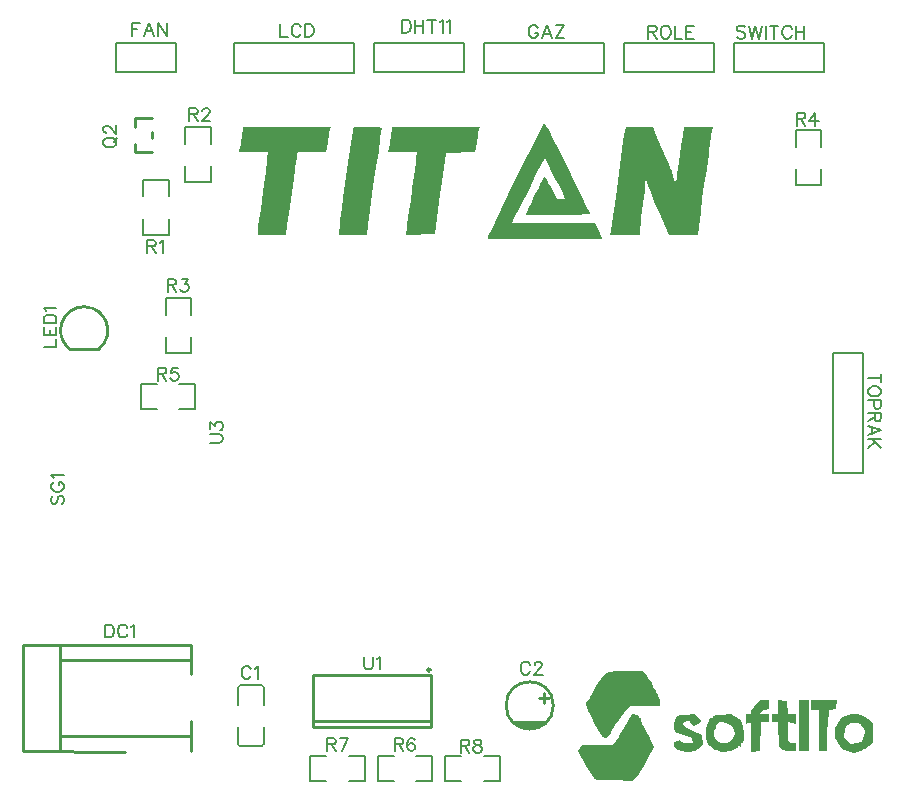
<source format=gto>
G04 Layer: TopSilkscreenLayer*
G04 EasyEDA v6.5.23, 2023-06-23 22:07:44*
G04 588d00b09ced4095aabd395724b38ff5,e63460ceaba84a3bb957dccbc2ed3a87,10*
G04 Gerber Generator version 0.2*
G04 Scale: 100 percent, Rotated: No, Reflected: No *
G04 Dimensions in millimeters *
G04 leading zeros omitted , absolute positions ,4 integer and 5 decimal *
%FSLAX45Y45*%
%MOMM*%

%ADD10C,0.1524*%
%ADD11C,0.2540*%
%ADD12C,0.2032*%
%ADD13C,0.2030*%

%LPD*%
G36*
X5676392Y5244795D02*
G01*
X5536844Y5243880D01*
X5501436Y5243017D01*
X5467959Y5241442D01*
X5437987Y5239308D01*
X5424779Y5238038D01*
X5413044Y5236667D01*
X5402935Y5235244D01*
X5394655Y5233720D01*
X5388457Y5232146D01*
X5383022Y5229961D01*
X5376672Y5226659D01*
X5370271Y5222494D01*
X5363768Y5217515D01*
X5357114Y5211622D01*
X5350408Y5204866D01*
X5343499Y5197144D01*
X5336387Y5188458D01*
X5329072Y5178755D01*
X5321554Y5167985D01*
X5313730Y5156149D01*
X5305653Y5143246D01*
X5297271Y5129174D01*
X5279491Y5097475D01*
X5253532Y5048859D01*
X5238648Y5023154D01*
X5231942Y5012385D01*
X5225948Y5003444D01*
X5220919Y4996637D01*
X5217058Y4992319D01*
X5211572Y4988001D01*
X5208371Y4984038D01*
X5207101Y4981752D01*
X5205222Y4976469D01*
X5204612Y4973523D01*
X5204104Y4966970D01*
X5204460Y4959451D01*
X5205780Y4950917D01*
X5207965Y4941417D01*
X5211114Y4930851D01*
X5215229Y4919218D01*
X5220258Y4906467D01*
X5226304Y4892548D01*
X5233263Y4877460D01*
X5241239Y4861153D01*
X5250180Y4843576D01*
X5272278Y4802174D01*
X5293614Y4763719D01*
X5303012Y4747615D01*
X5311648Y4733391D01*
X5319522Y4721047D01*
X5326786Y4710430D01*
X5333492Y4701540D01*
X5339689Y4694224D01*
X5345480Y4688382D01*
X5350916Y4684014D01*
X5353507Y4682286D01*
X5358485Y4679848D01*
X5363311Y4678578D01*
X5368036Y4678426D01*
X5372709Y4679289D01*
X5376468Y4680813D01*
X5380075Y4683709D01*
X5384596Y4688332D01*
X5389930Y4694529D01*
X5395976Y4702251D01*
X5409946Y4721504D01*
X5425592Y4745075D01*
X5442254Y4771745D01*
X5467858Y4814874D01*
X5476798Y4829098D01*
X5485841Y4842865D01*
X5494883Y4856124D01*
X5503773Y4868621D01*
X5512460Y4880254D01*
X5520740Y4890871D01*
X5528564Y4900269D01*
X5535777Y4908346D01*
X5542280Y4914950D01*
X5547969Y4919827D01*
X5550509Y4921656D01*
X5585002Y4944262D01*
X5831890Y4944262D01*
X5831890Y4973320D01*
X5831382Y4978400D01*
X5829858Y4984953D01*
X5827369Y4992979D01*
X5824118Y5002225D01*
X5820054Y5012537D01*
X5809894Y5036007D01*
X5797600Y5062118D01*
X5790844Y5075834D01*
X5772708Y5110886D01*
X5757570Y5138470D01*
X5742533Y5164480D01*
X5728258Y5187696D01*
X5715304Y5206949D01*
X5709462Y5214721D01*
X5704230Y5221122D01*
X5699658Y5225948D01*
G37*
G36*
X6829145Y5000701D02*
G01*
X6829145Y4875987D01*
X6774484Y4875987D01*
X6774484Y4807661D01*
X6826148Y4807661D01*
X6836664Y4600041D01*
X6862825Y4580890D01*
X6866788Y4578299D01*
X6871411Y4575810D01*
X6876592Y4573473D01*
X6882231Y4571238D01*
X6888276Y4569206D01*
X6901180Y4565751D01*
X6914591Y4563262D01*
X6921296Y4562449D01*
X6927850Y4561941D01*
X6934200Y4561738D01*
X6979412Y4561738D01*
X6979412Y4630064D01*
X6952792Y4630064D01*
X6948170Y4630216D01*
X6943852Y4630674D01*
X6939838Y4631436D01*
X6936028Y4632553D01*
X6932523Y4633976D01*
X6929221Y4635804D01*
X6926224Y4637938D01*
X6923430Y4640478D01*
X6920890Y4643374D01*
X6918604Y4646676D01*
X6916521Y4650384D01*
X6914692Y4654499D01*
X6913067Y4659020D01*
X6911695Y4663998D01*
X6910527Y4669383D01*
X6909562Y4675225D01*
X6908800Y4681575D01*
X6907936Y4695647D01*
X6907834Y4711700D01*
X6908495Y4729835D01*
X6913930Y4810302D01*
X6979412Y4797806D01*
X6979412Y4875987D01*
X6912711Y4875987D01*
X6904278Y4992065D01*
G37*
G36*
X6676796Y4998923D02*
G01*
X6631431Y4953406D01*
X6621322Y4941773D01*
X6612483Y4930089D01*
X6608622Y4924450D01*
X6605270Y4919014D01*
X6602374Y4913833D01*
X6600088Y4909007D01*
X6598361Y4904638D01*
X6597294Y4900777D01*
X6596888Y4897526D01*
X6595313Y4889144D01*
X6590893Y4882286D01*
X6584391Y4877663D01*
X6576415Y4875987D01*
X6555943Y4875987D01*
X6555943Y4794859D01*
X6596888Y4810556D01*
X6596888Y4559960D01*
X6672072Y4568596D01*
X6679946Y4807661D01*
X6747205Y4807661D01*
X6747205Y4875987D01*
X6676593Y4875987D01*
X6682231Y4893056D01*
X6683959Y4896561D01*
X6686753Y4900015D01*
X6690461Y4903317D01*
X6694931Y4906365D01*
X6700012Y4909108D01*
X6705549Y4911445D01*
X6711442Y4913274D01*
X6717538Y4914493D01*
X6747205Y4918862D01*
X6747205Y4998923D01*
G37*
G36*
X7006742Y4998923D02*
G01*
X7006742Y4561738D01*
X7088733Y4561738D01*
X7088733Y4998923D01*
G37*
G36*
X7102398Y4998923D02*
G01*
X7102398Y4916932D01*
X7170674Y4916932D01*
X7170674Y4561738D01*
X7239000Y4561738D01*
X7239203Y4639564D01*
X7240727Y4685284D01*
X7244029Y4747768D01*
X7246874Y4790084D01*
X7256576Y4915560D01*
X7314133Y4923790D01*
X7322769Y4998923D01*
G37*
G36*
X7474153Y4882743D02*
G01*
X7468819Y4882591D01*
X7462113Y4881880D01*
X7454290Y4880559D01*
X7445603Y4878781D01*
X7436307Y4876546D01*
X7426655Y4873904D01*
X7369708Y4855464D01*
X7307275Y4762652D01*
X7307275Y4675276D01*
X7389266Y4675276D01*
X7389266Y4716475D01*
X7389469Y4722266D01*
X7390079Y4728311D01*
X7391044Y4734458D01*
X7392365Y4740656D01*
X7393990Y4746853D01*
X7395921Y4752949D01*
X7398054Y4758791D01*
X7400493Y4764430D01*
X7403084Y4769713D01*
X7405878Y4774590D01*
X7408824Y4778908D01*
X7411872Y4782667D01*
X7415530Y4786325D01*
X7419695Y4789728D01*
X7424318Y4792827D01*
X7429296Y4795672D01*
X7434580Y4798212D01*
X7440168Y4800447D01*
X7445959Y4802378D01*
X7451953Y4804003D01*
X7458100Y4805324D01*
X7464348Y4806340D01*
X7470597Y4807000D01*
X7476845Y4807356D01*
X7482992Y4807356D01*
X7489088Y4807000D01*
X7494981Y4806289D01*
X7500670Y4805222D01*
X7506106Y4803749D01*
X7511288Y4801971D01*
X7516063Y4799787D01*
X7520431Y4797196D01*
X7523734Y4794605D01*
X7527493Y4790998D01*
X7531455Y4786579D01*
X7535570Y4781499D01*
X7539685Y4775911D01*
X7547508Y4763871D01*
X7550912Y4757775D01*
X7566355Y4728362D01*
X7537145Y4644491D01*
X7442809Y4626813D01*
X7389266Y4675276D01*
X7307275Y4675276D01*
X7369759Y4582261D01*
X7468768Y4549597D01*
X7520330Y4563973D01*
X7530744Y4567885D01*
X7541615Y4572914D01*
X7552639Y4578756D01*
X7563459Y4585309D01*
X7573772Y4592320D01*
X7583271Y4599584D01*
X7591552Y4607001D01*
X7595209Y4610658D01*
X7628331Y4645914D01*
X7628331Y4805375D01*
X7590231Y4838192D01*
X7579410Y4846015D01*
X7567472Y4853381D01*
X7555128Y4859985D01*
X7548981Y4862880D01*
X7537246Y4867605D01*
X7531811Y4869332D01*
X7526781Y4870653D01*
X7497927Y4877206D01*
X7477912Y4882235D01*
G37*
G36*
X6432753Y4877663D02*
G01*
X6341211Y4872990D01*
X6330899Y4872228D01*
X6312306Y4870196D01*
X6304178Y4869027D01*
X6290716Y4866386D01*
X6285636Y4864963D01*
X6281674Y4863541D01*
X6278981Y4862068D01*
X6277711Y4860594D01*
X6277813Y4859121D01*
X6279235Y4855057D01*
X6278270Y4851704D01*
X6275171Y4849469D01*
X6270193Y4848656D01*
X6266992Y4848352D01*
X6263843Y4847590D01*
X6260795Y4846320D01*
X6257798Y4844592D01*
X6254851Y4842357D01*
X6252006Y4839716D01*
X6249212Y4836668D01*
X6246520Y4833264D01*
X6243929Y4829454D01*
X6239002Y4820818D01*
X6234480Y4810912D01*
X6230416Y4799939D01*
X6226810Y4788103D01*
X6223660Y4775504D01*
X6221069Y4762296D01*
X6219088Y4748733D01*
X6217615Y4734864D01*
X6216853Y4720945D01*
X6216700Y4712512D01*
X6282690Y4712512D01*
X6282893Y4716576D01*
X6283502Y4721098D01*
X6285738Y4731105D01*
X6289192Y4742027D01*
X6293662Y4753203D01*
X6298895Y4764074D01*
X6304788Y4773980D01*
X6326835Y4807661D01*
X6363665Y4807661D01*
X6368897Y4807407D01*
X6374485Y4806645D01*
X6380327Y4805476D01*
X6386322Y4803851D01*
X6392367Y4801819D01*
X6398463Y4799482D01*
X6404457Y4796790D01*
X6410299Y4793843D01*
X6415887Y4790592D01*
X6421170Y4787188D01*
X6425996Y4783582D01*
X6430416Y4779822D01*
X6434429Y4775708D01*
X6438341Y4771237D01*
X6441998Y4766360D01*
X6445453Y4761230D01*
X6448653Y4755896D01*
X6451498Y4750409D01*
X6454038Y4744872D01*
X6456222Y4739335D01*
X6457950Y4733899D01*
X6459220Y4728616D01*
X6460032Y4723587D01*
X6460286Y4718862D01*
X6460032Y4713681D01*
X6459321Y4708499D01*
X6458102Y4703267D01*
X6456476Y4698034D01*
X6454394Y4692853D01*
X6451955Y4687671D01*
X6449161Y4682591D01*
X6446012Y4677613D01*
X6442506Y4672736D01*
X6438747Y4668012D01*
X6434734Y4663440D01*
X6425946Y4654905D01*
X6421272Y4650994D01*
X6416395Y4647336D01*
X6411366Y4643983D01*
X6406235Y4640884D01*
X6401003Y4638141D01*
X6395720Y4635804D01*
X6390335Y4633772D01*
X6384950Y4632198D01*
X6379565Y4631029D01*
X6374231Y4630318D01*
X6368948Y4630064D01*
X6364020Y4630267D01*
X6359042Y4630978D01*
X6354013Y4632096D01*
X6348984Y4633569D01*
X6343954Y4635449D01*
X6338976Y4637684D01*
X6334048Y4640275D01*
X6329222Y4643120D01*
X6319875Y4649724D01*
X6315456Y4653381D01*
X6307124Y4661357D01*
X6303264Y4665624D01*
X6299708Y4670044D01*
X6296406Y4674565D01*
X6293358Y4679188D01*
X6290665Y4683861D01*
X6288328Y4688636D01*
X6286398Y4693462D01*
X6284823Y4698238D01*
X6283655Y4703064D01*
X6282944Y4707788D01*
X6282690Y4712512D01*
X6216700Y4712512D01*
X6216904Y4700270D01*
X6217818Y4686858D01*
X6218529Y4680305D01*
X6220612Y4667707D01*
X6221882Y4661662D01*
X6223406Y4655820D01*
X6225133Y4650232D01*
X6227064Y4644898D01*
X6229248Y4639767D01*
X6231382Y4635398D01*
X6236716Y4626762D01*
X6243269Y4618278D01*
X6246926Y4614113D01*
X6255004Y4606086D01*
X6263995Y4598416D01*
X6273749Y4591151D01*
X6284112Y4584496D01*
X6295034Y4578400D01*
X6306261Y4572965D01*
X6312001Y4570526D01*
X6323634Y4566310D01*
X6335318Y4562906D01*
X6346952Y4560468D01*
X6358382Y4559096D01*
X6363970Y4558792D01*
X6376111Y4559046D01*
X6389166Y4560468D01*
X6402781Y4562856D01*
X6416598Y4566107D01*
X6430162Y4570018D01*
X6443116Y4574489D01*
X6455156Y4579416D01*
X6460693Y4581956D01*
X6470548Y4587240D01*
X6474815Y4589881D01*
X6478524Y4592574D01*
X6481673Y4595164D01*
X6484213Y4597806D01*
X6486093Y4600346D01*
X6487210Y4602835D01*
X6487617Y4605223D01*
X6488734Y4609490D01*
X6491732Y4611725D01*
X6496202Y4611725D01*
X6501638Y4609338D01*
X6515607Y4600702D01*
X6511848Y4618786D01*
X6511493Y4625644D01*
X6513220Y4630928D01*
X6516776Y4634077D01*
X6521754Y4634636D01*
X6524091Y4634687D01*
X6526225Y4635449D01*
X6528206Y4637024D01*
X6530035Y4639310D01*
X6531660Y4642307D01*
X6533083Y4645863D01*
X6534353Y4650079D01*
X6535420Y4654804D01*
X6536334Y4660087D01*
X6537553Y4672025D01*
X6538061Y4685588D01*
X6537807Y4700422D01*
X6536791Y4716221D01*
X6534962Y4732680D01*
X6532372Y4749495D01*
X6528968Y4766310D01*
X6512661Y4830419D01*
G37*
G36*
X5586679Y4875987D02*
G01*
X5524957Y4763516D01*
X5508701Y4734966D01*
X5492546Y4707839D01*
X5477256Y4683506D01*
X5463743Y4663135D01*
X5457901Y4654854D01*
X5452770Y4648047D01*
X5448452Y4642916D01*
X5422036Y4616399D01*
X5163464Y4616399D01*
X5135676Y4564481D01*
X5204104Y4442612D01*
X5221478Y4412488D01*
X5237937Y4385005D01*
X5252618Y4361434D01*
X5264861Y4342892D01*
X5269788Y4335932D01*
X5273852Y4330649D01*
X5276900Y4327245D01*
X5279136Y4325721D01*
X5282793Y4324553D01*
X5288381Y4323435D01*
X5304688Y4321403D01*
X5327040Y4319574D01*
X5354320Y4318050D01*
X5385562Y4316933D01*
X5437530Y4316069D01*
X5600954Y4315866D01*
X5635345Y4353052D01*
X5639765Y4358436D01*
X5650179Y4372660D01*
X5662269Y4390745D01*
X5675426Y4411878D01*
X5689244Y4435144D01*
X5709869Y4472127D01*
X5719673Y4490821D01*
X5773623Y4595926D01*
X5762447Y4633112D01*
X5759602Y4640732D01*
X5755640Y4650079D01*
X5745073Y4672888D01*
X5735269Y4692650D01*
X5720435Y4720945D01*
X5694883Y4766767D01*
X5686196Y4782769D01*
X5678627Y4797247D01*
X5672378Y4809896D01*
X5667552Y4820361D01*
X5664352Y4828235D01*
X5662980Y4833213D01*
X5662980Y4834534D01*
X5665216Y4836617D01*
X5663996Y4840986D01*
X5660288Y4847488D01*
X5654294Y4855464D01*
X5650382Y4859578D01*
X5645708Y4863439D01*
X5640476Y4866894D01*
X5634837Y4869942D01*
X5628995Y4872431D01*
X5623153Y4874361D01*
X5617413Y4875530D01*
X5611977Y4875987D01*
G37*
G36*
X6112713Y4875987D02*
G01*
X6050076Y4874666D01*
X6034887Y4873904D01*
X6020358Y4872736D01*
X6007150Y4871212D01*
X5996025Y4869484D01*
X5987643Y4867605D01*
X5984697Y4866640D01*
X5980887Y4864709D01*
X5977178Y4862169D01*
X5973622Y4858969D01*
X5970219Y4855210D01*
X5966968Y4850942D01*
X5963920Y4846167D01*
X5961024Y4841036D01*
X5958382Y4835499D01*
X5955944Y4829657D01*
X5953760Y4823510D01*
X5951880Y4817211D01*
X5950254Y4810760D01*
X5948883Y4804156D01*
X5947867Y4797501D01*
X5947206Y4790846D01*
X5946851Y4784242D01*
X5946902Y4777740D01*
X5947308Y4771390D01*
X5948121Y4765243D01*
X5949340Y4759350D01*
X5957570Y4726584D01*
X6098286Y4674158D01*
X6107125Y4630064D01*
X6067856Y4630064D01*
X6059678Y4630369D01*
X6051448Y4631232D01*
X6043371Y4632655D01*
X6035751Y4634484D01*
X6028690Y4636719D01*
X6022543Y4639259D01*
X6017412Y4642053D01*
X6013602Y4645101D01*
X5998565Y4660087D01*
X5969863Y4650994D01*
X5964529Y4649063D01*
X5959805Y4646879D01*
X5955588Y4644440D01*
X5951982Y4641799D01*
X5948934Y4638954D01*
X5946495Y4635906D01*
X5944616Y4632655D01*
X5943295Y4629302D01*
X5942533Y4625746D01*
X5942380Y4622139D01*
X5942787Y4618431D01*
X5943752Y4614621D01*
X5945276Y4610709D01*
X5947359Y4606798D01*
X5950051Y4602886D01*
X5953302Y4598924D01*
X5957112Y4595012D01*
X5961481Y4591100D01*
X5966409Y4587240D01*
X5971895Y4583430D01*
X5982919Y4577029D01*
X5988608Y4574133D01*
X5994450Y4571492D01*
X6006490Y4566920D01*
X6018834Y4563262D01*
X6025134Y4561789D01*
X6037884Y4559503D01*
X6050737Y4558182D01*
X6063538Y4557725D01*
X6076289Y4558233D01*
X6082588Y4558792D01*
X6094933Y4560620D01*
X6101029Y4561840D01*
X6106972Y4563313D01*
X6118504Y4566970D01*
X6124092Y4569104D01*
X6134709Y4574082D01*
X6139789Y4576876D01*
X6144666Y4579924D01*
X6153759Y4586630D01*
X6157976Y4590338D01*
X6188608Y4618888D01*
X6180226Y4705197D01*
X6091936Y4747310D01*
X6074562Y4756099D01*
X6059830Y4764074D01*
X6047740Y4771339D01*
X6038291Y4777943D01*
X6034481Y4781042D01*
X6031331Y4783988D01*
X6028791Y4786782D01*
X6026912Y4789474D01*
X6025591Y4792065D01*
X6024880Y4794504D01*
X6024778Y4796840D01*
X6025286Y4799126D01*
X6026353Y4801311D01*
X6028029Y4803394D01*
X6030264Y4805426D01*
X6033058Y4807407D01*
X6036411Y4809337D01*
X6040272Y4811217D01*
X6051397Y4815586D01*
X6061710Y4819091D01*
X6065774Y4820005D01*
X6069380Y4820259D01*
X6072632Y4819802D01*
X6075832Y4818634D01*
X6079134Y4816703D01*
X6082690Y4813909D01*
X6091428Y4805730D01*
X6118148Y4779010D01*
X6152032Y4797348D01*
X6157417Y4800803D01*
X6161989Y4804257D01*
X6165646Y4807661D01*
X6168491Y4811064D01*
X6170472Y4814519D01*
X6171590Y4817973D01*
X6171895Y4821529D01*
X6171285Y4825136D01*
X6169863Y4828895D01*
X6167526Y4832756D01*
X6164376Y4836718D01*
X6160312Y4840935D01*
X6155436Y4845304D01*
X6149695Y4849876D01*
G37*
G36*
X4846624Y9883902D02*
G01*
X4578756Y9345523D01*
X4509617Y9205366D01*
X4453991Y9091269D01*
X4410557Y9000794D01*
X4394301Y8966403D01*
X4382262Y8940190D01*
X4374743Y8923020D01*
X4372813Y8918092D01*
X4372152Y8915654D01*
X4372152Y8900718D01*
X5333136Y8900718D01*
X5333136Y8912402D01*
X5332882Y8914485D01*
X5331053Y8921242D01*
X5327599Y8930944D01*
X5322824Y8942882D01*
X5316982Y8956446D01*
X5310276Y8971026D01*
X5280304Y9032849D01*
X4828692Y9033052D01*
X4756658Y9033510D01*
X4693818Y9034170D01*
X4642256Y9035034D01*
X4604156Y9035999D01*
X4581702Y9037116D01*
X4576978Y9037675D01*
X4576368Y9037980D01*
X4581448Y9049207D01*
X4595418Y9077909D01*
X4643374Y9174175D01*
X4714595Y9315653D01*
X4781651Y9447784D01*
X4829302Y9540697D01*
X4843119Y9567011D01*
X4846777Y9573615D01*
X4855514Y9587738D01*
X4943043Y9412935D01*
X4971796Y9354312D01*
X4995265Y9305290D01*
X5004104Y9286138D01*
X5012893Y9266224D01*
X5014417Y9262262D01*
X5022443Y9237065D01*
X4953558Y9237065D01*
X4901895Y9342932D01*
X4883607Y9378899D01*
X4868113Y9407245D01*
X4861966Y9417608D01*
X4857191Y9424924D01*
X4853990Y9428784D01*
X4853025Y9429242D01*
X4852466Y9428988D01*
X4850536Y9426803D01*
X4847640Y9422587D01*
X4839360Y9408718D01*
X4828235Y9388652D01*
X4814824Y9363557D01*
X4799838Y9334804D01*
X4783886Y9303562D01*
X4763516Y9262973D01*
X4732883Y9200337D01*
X4719777Y9172651D01*
X4709058Y9149181D01*
X4701235Y9131096D01*
X4698644Y9124442D01*
X4697069Y9119666D01*
X4696510Y9116822D01*
X4696510Y9104934D01*
X5006594Y9105036D01*
X5080457Y9105696D01*
X5143855Y9106966D01*
X5193334Y9108694D01*
X5211826Y9109710D01*
X5225542Y9110776D01*
X5234076Y9111945D01*
X5236870Y9112859D01*
X5236972Y9113570D01*
X5235549Y9117533D01*
X5227269Y9135973D01*
X5212689Y9166860D01*
X5168087Y9258706D01*
X5109210Y9378035D01*
X5039309Y9518243D01*
X4970627Y9654743D01*
X4915204Y9763810D01*
X4893157Y9806482D01*
X4876190Y9838791D01*
X4865217Y9858857D01*
X4862271Y9863683D01*
G37*
G36*
X2297531Y9849662D02*
G01*
X2287676Y9758375D01*
X2283764Y9727793D01*
X2279650Y9699447D01*
X2275840Y9676841D01*
X2267051Y9633458D01*
X2512974Y9633458D01*
X2504236Y9582810D01*
X2501341Y9562185D01*
X2498242Y9537496D01*
X2494330Y9503918D01*
X2489911Y9462312D01*
X2484780Y9421063D01*
X2477617Y9368536D01*
X2467965Y9301429D01*
X2446172Y9158325D01*
X2437485Y9095130D01*
X2433828Y9066580D01*
X2430830Y9040876D01*
X2428494Y9018778D01*
X2426970Y9000896D01*
X2426258Y8987891D01*
X2426208Y8936786D01*
X2663139Y8936786D01*
X2673604Y9019794D01*
X2687472Y9121851D01*
X2727350Y9408718D01*
X2738577Y9491624D01*
X2746705Y9549028D01*
X2750921Y9575596D01*
X2754579Y9596678D01*
X2757474Y9610394D01*
X2764180Y9633458D01*
X3000197Y9633458D01*
X3007614Y9664700D01*
X3009798Y9675723D01*
X3014827Y9705289D01*
X3019856Y9739223D01*
X3023260Y9764268D01*
X3028238Y9796170D01*
X3032810Y9820910D01*
X3034639Y9828682D01*
X3040481Y9849662D01*
G37*
G36*
X3233623Y9849662D02*
G01*
X3226714Y9820808D01*
X3224479Y9809073D01*
X3217824Y9767773D01*
X3209290Y9709607D01*
X3194659Y9602520D01*
X3178251Y9484817D01*
X3144418Y9248343D01*
X3133090Y9165132D01*
X3125927Y9109659D01*
X3120136Y9062516D01*
X3116326Y9027261D01*
X3107791Y8936786D01*
X3351174Y8936786D01*
X3351276Y8972245D01*
X3352190Y8984132D01*
X3356559Y9023451D01*
X3363620Y9079128D01*
X3372764Y9145778D01*
X3402126Y9346895D01*
X3425748Y9510674D01*
X3444646Y9643414D01*
X3458870Y9745218D01*
X3468268Y9814356D01*
X3470706Y9833610D01*
X3471367Y9840671D01*
X3470960Y9841433D01*
X3469792Y9842144D01*
X3465271Y9843516D01*
X3458006Y9844786D01*
X3448304Y9846005D01*
X3422548Y9847935D01*
X3406952Y9848697D01*
X3371646Y9849561D01*
G37*
G36*
X3558438Y9849662D02*
G01*
X3549091Y9766808D01*
X3544112Y9727031D01*
X3540048Y9697821D01*
X3536442Y9674656D01*
X3528314Y9633458D01*
X3774236Y9633458D01*
X3765600Y9584385D01*
X3759454Y9541662D01*
X3751986Y9484868D01*
X3744976Y9427768D01*
X3738879Y9380220D01*
X3731514Y9325051D01*
X3717442Y9223603D01*
X3705758Y9142679D01*
X3697071Y9080703D01*
X3689959Y9027617D01*
X3685387Y8990126D01*
X3680206Y8935974D01*
X3920693Y8942781D01*
X3960672Y9212122D01*
X3977589Y9330893D01*
X3992727Y9439960D01*
X4017822Y9627463D01*
X4261662Y9634270D01*
X4268927Y9665055D01*
X4271111Y9675977D01*
X4276090Y9705390D01*
X4278680Y9722154D01*
X4285742Y9772548D01*
X4290720Y9803282D01*
X4295038Y9825278D01*
X4301744Y9849662D01*
G37*
G36*
X5537809Y9849662D02*
G01*
X5530596Y9816490D01*
X5525211Y9782505D01*
X5517388Y9728454D01*
X5508091Y9661194D01*
X5463641Y9327946D01*
X5445760Y9196628D01*
X5431434Y9094114D01*
X5420664Y9020098D01*
X5413400Y8974378D01*
X5411012Y8961983D01*
X5410149Y8958427D01*
X5403596Y8936786D01*
X5654751Y8936786D01*
X5670854Y9079433D01*
X5678373Y9141155D01*
X5686044Y9200438D01*
X5694934Y9262414D01*
X5696610Y9275470D01*
X5698032Y9289288D01*
X5699150Y9303562D01*
X5700623Y9332366D01*
X5700877Y9359696D01*
X5700522Y9372092D01*
X5699861Y9383318D01*
X5693206Y9447276D01*
X5733999Y9332925D01*
X5740958Y9314281D01*
X5757976Y9270796D01*
X5780532Y9215374D01*
X5810402Y9144711D01*
X5823915Y9113570D01*
X5902909Y8936786D01*
X6146546Y8936786D01*
X6171895Y9131808D01*
X6187287Y9244431D01*
X6203543Y9360103D01*
X6223203Y9495231D01*
X6240221Y9616186D01*
X6246672Y9664700D01*
X6251041Y9699498D01*
X6253276Y9719614D01*
X6257848Y9756444D01*
X6261658Y9784080D01*
X6265062Y9806330D01*
X6272733Y9849662D01*
X6030925Y9849662D01*
X6021171Y9784791D01*
X6007455Y9687712D01*
X5988761Y9552127D01*
X5974791Y9448139D01*
X5962396Y9351162D01*
X5945276Y9409074D01*
X5940145Y9427464D01*
X5936284Y9442653D01*
X5934100Y9452813D01*
X5933592Y9456724D01*
X5932119Y9461550D01*
X5925362Y9479432D01*
X5914542Y9505594D01*
X5900826Y9537141D01*
X5872734Y9600539D01*
X5851702Y9648647D01*
X5814517Y9736429D01*
X5766917Y9849662D01*
G37*
D10*
X1131811Y5636221D02*
G01*
X1131811Y5527255D01*
X1131811Y5636221D02*
G01*
X1168133Y5636221D01*
X1183881Y5631141D01*
X1194041Y5620727D01*
X1199375Y5610313D01*
X1204455Y5594565D01*
X1204455Y5568657D01*
X1199375Y5553163D01*
X1194041Y5542749D01*
X1183881Y5532335D01*
X1168133Y5527255D01*
X1131811Y5527255D01*
X1316723Y5610313D02*
G01*
X1311643Y5620727D01*
X1301229Y5631141D01*
X1290815Y5636221D01*
X1269987Y5636221D01*
X1259573Y5631141D01*
X1249159Y5620727D01*
X1244079Y5610313D01*
X1238745Y5594565D01*
X1238745Y5568657D01*
X1244079Y5553163D01*
X1249159Y5542749D01*
X1259573Y5532335D01*
X1269987Y5527255D01*
X1290815Y5527255D01*
X1301229Y5532335D01*
X1311643Y5542749D01*
X1316723Y5553163D01*
X1351013Y5615393D02*
G01*
X1361427Y5620727D01*
X1376921Y5636221D01*
X1376921Y5527255D01*
X3645027Y10757915D02*
G01*
X3645027Y10648950D01*
X3645027Y10757915D02*
G01*
X3681349Y10757915D01*
X3696843Y10752836D01*
X3707256Y10742421D01*
X3712336Y10732008D01*
X3717670Y10716260D01*
X3717670Y10690352D01*
X3712336Y10674858D01*
X3707256Y10664444D01*
X3696843Y10654029D01*
X3681349Y10648950D01*
X3645027Y10648950D01*
X3751961Y10757915D02*
G01*
X3751961Y10648950D01*
X3824604Y10757915D02*
G01*
X3824604Y10648950D01*
X3751961Y10706100D02*
G01*
X3824604Y10706100D01*
X3895216Y10757915D02*
G01*
X3895216Y10648950D01*
X3858895Y10757915D02*
G01*
X3931793Y10757915D01*
X3966083Y10737087D02*
G01*
X3976497Y10742421D01*
X3991990Y10757915D01*
X3991990Y10648950D01*
X4026281Y10737087D02*
G01*
X4036695Y10742421D01*
X4052188Y10757915D01*
X4052188Y10648950D01*
X6549643Y10691621D02*
G01*
X6539229Y10702036D01*
X6523736Y10707115D01*
X6502908Y10707115D01*
X6487413Y10702036D01*
X6477000Y10691621D01*
X6477000Y10681208D01*
X6482079Y10670794D01*
X6487413Y10665460D01*
X6497827Y10660379D01*
X6529070Y10649965D01*
X6539229Y10644886D01*
X6544563Y10639552D01*
X6549643Y10629137D01*
X6549643Y10613644D01*
X6539229Y10603229D01*
X6523736Y10598150D01*
X6502908Y10598150D01*
X6487413Y10603229D01*
X6477000Y10613644D01*
X6583934Y10707115D02*
G01*
X6610095Y10598150D01*
X6636004Y10707115D02*
G01*
X6610095Y10598150D01*
X6636004Y10707115D02*
G01*
X6661911Y10598150D01*
X6687820Y10707115D02*
G01*
X6661911Y10598150D01*
X6722109Y10707115D02*
G01*
X6722109Y10598150D01*
X6792975Y10707115D02*
G01*
X6792975Y10598150D01*
X6756400Y10707115D02*
G01*
X6829297Y10707115D01*
X6941565Y10681208D02*
G01*
X6936231Y10691621D01*
X6925818Y10702036D01*
X6915404Y10707115D01*
X6894829Y10707115D01*
X6884415Y10702036D01*
X6874002Y10691621D01*
X6868668Y10681208D01*
X6863588Y10665460D01*
X6863588Y10639552D01*
X6868668Y10624058D01*
X6874002Y10613644D01*
X6884415Y10603229D01*
X6894829Y10598150D01*
X6915404Y10598150D01*
X6925818Y10603229D01*
X6936231Y10613644D01*
X6941565Y10624058D01*
X6975856Y10707115D02*
G01*
X6975856Y10598150D01*
X7048500Y10707115D02*
G01*
X7048500Y10598150D01*
X6975856Y10655300D02*
G01*
X7048500Y10655300D01*
X5727700Y10707115D02*
G01*
X5727700Y10598150D01*
X5727700Y10707115D02*
G01*
X5774436Y10707115D01*
X5789929Y10702036D01*
X5795263Y10696702D01*
X5800343Y10686287D01*
X5800343Y10675874D01*
X5795263Y10665460D01*
X5789929Y10660379D01*
X5774436Y10655300D01*
X5727700Y10655300D01*
X5764022Y10655300D02*
G01*
X5800343Y10598150D01*
X5865875Y10707115D02*
G01*
X5855461Y10702036D01*
X5845047Y10691621D01*
X5839968Y10681208D01*
X5834634Y10665460D01*
X5834634Y10639552D01*
X5839968Y10624058D01*
X5845047Y10613644D01*
X5855461Y10603229D01*
X5865875Y10598150D01*
X5886704Y10598150D01*
X5897118Y10603229D01*
X5907531Y10613644D01*
X5912611Y10624058D01*
X5917945Y10639552D01*
X5917945Y10665460D01*
X5912611Y10681208D01*
X5907531Y10691621D01*
X5897118Y10702036D01*
X5886704Y10707115D01*
X5865875Y10707115D01*
X5952236Y10707115D02*
G01*
X5952236Y10598150D01*
X5952236Y10598150D02*
G01*
X6014465Y10598150D01*
X6048756Y10707115D02*
G01*
X6048756Y10598150D01*
X6048756Y10707115D02*
G01*
X6116320Y10707115D01*
X6048756Y10655300D02*
G01*
X6090411Y10655300D01*
X6048756Y10598150D02*
G01*
X6116320Y10598150D01*
X7697215Y7723378D02*
G01*
X7588250Y7723378D01*
X7697215Y7759700D02*
G01*
X7697215Y7687055D01*
X7697215Y7621523D02*
G01*
X7692136Y7631937D01*
X7681722Y7642352D01*
X7671308Y7647431D01*
X7655559Y7652765D01*
X7629652Y7652765D01*
X7614158Y7647431D01*
X7603743Y7642352D01*
X7593329Y7631937D01*
X7588250Y7621523D01*
X7588250Y7600695D01*
X7593329Y7590281D01*
X7603743Y7579868D01*
X7614158Y7574787D01*
X7629652Y7569454D01*
X7655559Y7569454D01*
X7671308Y7574787D01*
X7681722Y7579868D01*
X7692136Y7590281D01*
X7697215Y7600695D01*
X7697215Y7621523D01*
X7697215Y7535163D02*
G01*
X7588250Y7535163D01*
X7697215Y7535163D02*
G01*
X7697215Y7488428D01*
X7692136Y7472934D01*
X7686802Y7467600D01*
X7676388Y7462520D01*
X7660893Y7462520D01*
X7650479Y7467600D01*
X7645400Y7472934D01*
X7640065Y7488428D01*
X7640065Y7535163D01*
X7697215Y7428229D02*
G01*
X7588250Y7428229D01*
X7697215Y7428229D02*
G01*
X7697215Y7381494D01*
X7692136Y7366000D01*
X7686802Y7360665D01*
X7676388Y7355586D01*
X7665974Y7355586D01*
X7655559Y7360665D01*
X7650479Y7366000D01*
X7645400Y7381494D01*
X7645400Y7428229D01*
X7645400Y7391908D02*
G01*
X7588250Y7355586D01*
X7697215Y7279639D02*
G01*
X7588250Y7321295D01*
X7697215Y7279639D02*
G01*
X7588250Y7237984D01*
X7624572Y7305547D02*
G01*
X7624572Y7253731D01*
X7697215Y7203694D02*
G01*
X7588250Y7203694D01*
X7697215Y7131050D02*
G01*
X7624572Y7203694D01*
X7650479Y7177786D02*
G01*
X7588250Y7131050D01*
X2614168Y10722610D02*
G01*
X2614168Y10613644D01*
X2614168Y10613644D02*
G01*
X2676397Y10613644D01*
X2788665Y10696702D02*
G01*
X2783586Y10707115D01*
X2773172Y10717529D01*
X2762758Y10722610D01*
X2741929Y10722610D01*
X2731515Y10717529D01*
X2721102Y10707115D01*
X2716022Y10696702D01*
X2710688Y10680954D01*
X2710688Y10655045D01*
X2716022Y10639552D01*
X2721102Y10629137D01*
X2731515Y10618724D01*
X2741929Y10613644D01*
X2762758Y10613644D01*
X2773172Y10618724D01*
X2783586Y10629137D01*
X2788665Y10639552D01*
X2822956Y10722610D02*
G01*
X2822956Y10613644D01*
X2822956Y10722610D02*
G01*
X2859277Y10722610D01*
X2875025Y10717529D01*
X2885440Y10707115D01*
X2890520Y10696702D01*
X2895854Y10680954D01*
X2895854Y10655045D01*
X2890520Y10639552D01*
X2885440Y10629137D01*
X2875025Y10618724D01*
X2859277Y10613644D01*
X2822956Y10613644D01*
X4792979Y10686542D02*
G01*
X4787645Y10696955D01*
X4777231Y10707370D01*
X4767072Y10712450D01*
X4746243Y10712450D01*
X4735829Y10707370D01*
X4725415Y10696955D01*
X4720081Y10686542D01*
X4715002Y10670794D01*
X4715002Y10644886D01*
X4720081Y10629392D01*
X4725415Y10618978D01*
X4735829Y10608563D01*
X4746243Y10603484D01*
X4767072Y10603484D01*
X4777231Y10608563D01*
X4787645Y10618978D01*
X4792979Y10629392D01*
X4792979Y10644886D01*
X4767072Y10644886D02*
G01*
X4792979Y10644886D01*
X4868672Y10712450D02*
G01*
X4827270Y10603484D01*
X4868672Y10712450D02*
G01*
X4910327Y10603484D01*
X4842763Y10639805D02*
G01*
X4894834Y10639805D01*
X5017261Y10712450D02*
G01*
X4944618Y10603484D01*
X4944618Y10712450D02*
G01*
X5017261Y10712450D01*
X4944618Y10603484D02*
G01*
X5017261Y10603484D01*
X1358900Y10732515D02*
G01*
X1358900Y10623550D01*
X1358900Y10732515D02*
G01*
X1426463Y10732515D01*
X1358900Y10680700D02*
G01*
X1400555Y10680700D01*
X1502410Y10732515D02*
G01*
X1460754Y10623550D01*
X1502410Y10732515D02*
G01*
X1543812Y10623550D01*
X1476247Y10659871D02*
G01*
X1528318Y10659871D01*
X1578102Y10732515D02*
G01*
X1578102Y10623550D01*
X1578102Y10732515D02*
G01*
X1651000Y10623550D01*
X1651000Y10732515D02*
G01*
X1651000Y10623550D01*
X608584Y7988300D02*
G01*
X717550Y7988300D01*
X717550Y7988300D02*
G01*
X717550Y8050529D01*
X608584Y8084820D02*
G01*
X717550Y8084820D01*
X608584Y8084820D02*
G01*
X608584Y8152384D01*
X660400Y8084820D02*
G01*
X660400Y8126476D01*
X717550Y8084820D02*
G01*
X717550Y8152384D01*
X608584Y8186673D02*
G01*
X717550Y8186673D01*
X608584Y8186673D02*
G01*
X608584Y8223250D01*
X613663Y8238744D01*
X624078Y8249158D01*
X634492Y8254237D01*
X650239Y8259571D01*
X676147Y8259571D01*
X691642Y8254237D01*
X702055Y8249158D01*
X712470Y8238744D01*
X717550Y8223250D01*
X717550Y8186673D01*
X629412Y8293862D02*
G01*
X624078Y8304276D01*
X608584Y8319770D01*
X717550Y8319770D01*
X1114932Y9707245D02*
G01*
X1120012Y9696830D01*
X1130427Y9686417D01*
X1140840Y9681083D01*
X1156588Y9676003D01*
X1182496Y9676003D01*
X1197990Y9681083D01*
X1208404Y9686417D01*
X1218819Y9696830D01*
X1223898Y9707245D01*
X1223898Y9728072D01*
X1218819Y9738233D01*
X1208404Y9748646D01*
X1197990Y9753980D01*
X1182496Y9759061D01*
X1156588Y9759061D01*
X1140840Y9753980D01*
X1130427Y9748646D01*
X1120012Y9738233D01*
X1114932Y9728072D01*
X1114932Y9707245D01*
X1203325Y9722738D02*
G01*
X1234312Y9753980D01*
X1140840Y9798685D02*
G01*
X1135761Y9798685D01*
X1125346Y9803764D01*
X1120012Y9809099D01*
X1114932Y9819512D01*
X1114932Y9840087D01*
X1120012Y9850501D01*
X1125346Y9855835D01*
X1135761Y9860914D01*
X1146175Y9860914D01*
X1156588Y9855835D01*
X1172082Y9845420D01*
X1223898Y9793351D01*
X1223898Y9866249D01*
X1485900Y8891015D02*
G01*
X1485900Y8782050D01*
X1485900Y8891015D02*
G01*
X1532636Y8891015D01*
X1548129Y8885936D01*
X1553463Y8880602D01*
X1558544Y8870187D01*
X1558544Y8859774D01*
X1553463Y8849360D01*
X1548129Y8844279D01*
X1532636Y8839200D01*
X1485900Y8839200D01*
X1522221Y8839200D02*
G01*
X1558544Y8782050D01*
X1592834Y8870187D02*
G01*
X1603247Y8875521D01*
X1618995Y8891015D01*
X1618995Y8782050D01*
X1841500Y10008615D02*
G01*
X1841500Y9899650D01*
X1841500Y10008615D02*
G01*
X1888236Y10008615D01*
X1903729Y10003536D01*
X1909063Y9998202D01*
X1914144Y9987787D01*
X1914144Y9977374D01*
X1909063Y9966960D01*
X1903729Y9961879D01*
X1888236Y9956800D01*
X1841500Y9956800D01*
X1877821Y9956800D02*
G01*
X1914144Y9899650D01*
X1953768Y9982708D02*
G01*
X1953768Y9987787D01*
X1958847Y9998202D01*
X1964181Y10003536D01*
X1974595Y10008615D01*
X1995170Y10008615D01*
X2005584Y10003536D01*
X2010918Y9998202D01*
X2015997Y9987787D01*
X2015997Y9977374D01*
X2010918Y9966960D01*
X2000504Y9951465D01*
X1948434Y9899650D01*
X2021331Y9899650D01*
X1660017Y8562467D02*
G01*
X1660017Y8453501D01*
X1660017Y8562467D02*
G01*
X1706753Y8562467D01*
X1722246Y8557387D01*
X1727580Y8552053D01*
X1732661Y8541638D01*
X1732661Y8531225D01*
X1727580Y8520811D01*
X1722246Y8515730D01*
X1706753Y8510651D01*
X1660017Y8510651D01*
X1696338Y8510651D02*
G01*
X1732661Y8453501D01*
X1777364Y8562467D02*
G01*
X1834514Y8562467D01*
X1803527Y8520811D01*
X1819020Y8520811D01*
X1829435Y8515730D01*
X1834514Y8510651D01*
X1839848Y8494903D01*
X1839848Y8484488D01*
X1834514Y8468995D01*
X1824101Y8458580D01*
X1808606Y8453501D01*
X1793112Y8453501D01*
X1777364Y8458580D01*
X1772285Y8463661D01*
X1766951Y8474075D01*
X6985000Y9970515D02*
G01*
X6985000Y9861550D01*
X6985000Y9970515D02*
G01*
X7031736Y9970515D01*
X7047229Y9965436D01*
X7052563Y9960102D01*
X7057643Y9949687D01*
X7057643Y9939274D01*
X7052563Y9928860D01*
X7047229Y9923779D01*
X7031736Y9918700D01*
X6985000Y9918700D01*
X7021322Y9918700D02*
G01*
X7057643Y9861550D01*
X7144004Y9970515D02*
G01*
X7091934Y9897871D01*
X7169911Y9897871D01*
X7144004Y9970515D02*
G01*
X7144004Y9861550D01*
X1574800Y7811515D02*
G01*
X1574800Y7702550D01*
X1574800Y7811515D02*
G01*
X1621536Y7811515D01*
X1637029Y7806436D01*
X1642363Y7801102D01*
X1647444Y7790687D01*
X1647444Y7780273D01*
X1642363Y7769860D01*
X1637029Y7764779D01*
X1621536Y7759700D01*
X1574800Y7759700D01*
X1611121Y7759700D02*
G01*
X1647444Y7702550D01*
X1744218Y7811515D02*
G01*
X1692147Y7811515D01*
X1687068Y7764779D01*
X1692147Y7769860D01*
X1707895Y7775194D01*
X1723389Y7775194D01*
X1738884Y7769860D01*
X1749297Y7759700D01*
X1754631Y7743952D01*
X1754631Y7733537D01*
X1749297Y7718044D01*
X1738884Y7707629D01*
X1723389Y7702550D01*
X1707895Y7702550D01*
X1692147Y7707629D01*
X1687068Y7712710D01*
X1681734Y7723123D01*
X687578Y6727444D02*
G01*
X677163Y6717029D01*
X672084Y6701536D01*
X672084Y6680708D01*
X677163Y6665213D01*
X687578Y6654800D01*
X697992Y6654800D01*
X708405Y6659879D01*
X713739Y6665213D01*
X718820Y6675628D01*
X729234Y6706870D01*
X734313Y6717029D01*
X739647Y6722363D01*
X750062Y6727444D01*
X765555Y6727444D01*
X775970Y6717029D01*
X781050Y6701536D01*
X781050Y6680708D01*
X775970Y6665213D01*
X765555Y6654800D01*
X697992Y6839712D02*
G01*
X687578Y6834631D01*
X677163Y6824218D01*
X672084Y6813804D01*
X672084Y6792976D01*
X677163Y6782562D01*
X687578Y6772147D01*
X697992Y6767068D01*
X713739Y6761734D01*
X739647Y6761734D01*
X755142Y6767068D01*
X765555Y6772147D01*
X775970Y6782562D01*
X781050Y6792976D01*
X781050Y6813804D01*
X775970Y6824218D01*
X765555Y6834631D01*
X755142Y6839712D01*
X739647Y6839712D01*
X739647Y6813804D02*
G01*
X739647Y6839712D01*
X692912Y6874002D02*
G01*
X687578Y6884415D01*
X672084Y6899910D01*
X781050Y6899910D01*
X2018284Y7175500D02*
G01*
X2096261Y7175500D01*
X2111756Y7180579D01*
X2122170Y7190994D01*
X2127250Y7206742D01*
X2127250Y7217155D01*
X2122170Y7232650D01*
X2111756Y7243063D01*
X2096261Y7248144D01*
X2018284Y7248144D01*
X2018284Y7292847D02*
G01*
X2018284Y7349997D01*
X2059940Y7319010D01*
X2059940Y7334504D01*
X2065020Y7344918D01*
X2070100Y7349997D01*
X2085847Y7355331D01*
X2096261Y7355331D01*
X2111756Y7349997D01*
X2122170Y7339584D01*
X2127250Y7324089D01*
X2127250Y7308595D01*
X2122170Y7292847D01*
X2117090Y7287768D01*
X2106675Y7282434D01*
X2363977Y5258307D02*
G01*
X2358643Y5268721D01*
X2348229Y5279136D01*
X2338070Y5284215D01*
X2317241Y5284215D01*
X2306827Y5279136D01*
X2296413Y5268721D01*
X2291079Y5258307D01*
X2286000Y5242560D01*
X2286000Y5216652D01*
X2291079Y5201157D01*
X2296413Y5190744D01*
X2306827Y5180329D01*
X2317241Y5175250D01*
X2338070Y5175250D01*
X2348229Y5180329D01*
X2358643Y5190744D01*
X2363977Y5201157D01*
X2398268Y5263387D02*
G01*
X2408681Y5268721D01*
X2424175Y5284215D01*
X2424175Y5175250D01*
X4726177Y5296407D02*
G01*
X4720843Y5306821D01*
X4710429Y5317236D01*
X4700270Y5322315D01*
X4679441Y5322315D01*
X4669027Y5317236D01*
X4658613Y5306821D01*
X4653279Y5296407D01*
X4648200Y5280660D01*
X4648200Y5254752D01*
X4653279Y5239257D01*
X4658613Y5228844D01*
X4669027Y5218429D01*
X4679441Y5213350D01*
X4700270Y5213350D01*
X4710429Y5218429D01*
X4720843Y5228844D01*
X4726177Y5239257D01*
X4765547Y5296407D02*
G01*
X4765547Y5301487D01*
X4770881Y5311902D01*
X4775961Y5317236D01*
X4786375Y5322315D01*
X4807204Y5322315D01*
X4817618Y5317236D01*
X4822697Y5311902D01*
X4828031Y5301487D01*
X4828031Y5291073D01*
X4822697Y5280660D01*
X4812284Y5265165D01*
X4760468Y5213350D01*
X4833111Y5213350D01*
X3321304Y5365750D02*
G01*
X3321304Y5287771D01*
X3326384Y5272278D01*
X3336797Y5261863D01*
X3352545Y5256784D01*
X3362959Y5256784D01*
X3378454Y5261863D01*
X3388868Y5272278D01*
X3393947Y5287771D01*
X3393947Y5365750D01*
X3428238Y5344921D02*
G01*
X3438652Y5350255D01*
X3454400Y5365750D01*
X3454400Y5256784D01*
X4140200Y4661915D02*
G01*
X4140200Y4552950D01*
X4140200Y4661915D02*
G01*
X4186936Y4661915D01*
X4202429Y4656836D01*
X4207763Y4651502D01*
X4212843Y4641087D01*
X4212843Y4630673D01*
X4207763Y4620260D01*
X4202429Y4615179D01*
X4186936Y4610100D01*
X4140200Y4610100D01*
X4176522Y4610100D02*
G01*
X4212843Y4552950D01*
X4273295Y4661915D02*
G01*
X4257547Y4656836D01*
X4252468Y4646421D01*
X4252468Y4636007D01*
X4257547Y4625594D01*
X4267961Y4620260D01*
X4288790Y4615179D01*
X4304284Y4610100D01*
X4314697Y4599686D01*
X4320031Y4589271D01*
X4320031Y4573523D01*
X4314697Y4563110D01*
X4309618Y4558029D01*
X4293870Y4552950D01*
X4273295Y4552950D01*
X4257547Y4558029D01*
X4252468Y4563110D01*
X4247134Y4573523D01*
X4247134Y4589271D01*
X4252468Y4599686D01*
X4262881Y4610100D01*
X4278375Y4615179D01*
X4299204Y4620260D01*
X4309618Y4625594D01*
X4314697Y4636007D01*
X4314697Y4646421D01*
X4309618Y4656836D01*
X4293870Y4661915D01*
X4273295Y4661915D01*
X3581400Y4674615D02*
G01*
X3581400Y4565650D01*
X3581400Y4674615D02*
G01*
X3628136Y4674615D01*
X3643629Y4669536D01*
X3648963Y4664202D01*
X3654043Y4653787D01*
X3654043Y4643373D01*
X3648963Y4632960D01*
X3643629Y4627879D01*
X3628136Y4622800D01*
X3581400Y4622800D01*
X3617722Y4622800D02*
G01*
X3654043Y4565650D01*
X3750818Y4659121D02*
G01*
X3745484Y4669536D01*
X3729990Y4674615D01*
X3719575Y4674615D01*
X3704081Y4669536D01*
X3693668Y4653787D01*
X3688334Y4627879D01*
X3688334Y4601971D01*
X3693668Y4581144D01*
X3704081Y4570729D01*
X3719575Y4565650D01*
X3724909Y4565650D01*
X3740404Y4570729D01*
X3750818Y4581144D01*
X3755897Y4596637D01*
X3755897Y4601971D01*
X3750818Y4617465D01*
X3740404Y4627879D01*
X3724909Y4632960D01*
X3719575Y4632960D01*
X3704081Y4627879D01*
X3693668Y4617465D01*
X3688334Y4601971D01*
X3009900Y4674615D02*
G01*
X3009900Y4565650D01*
X3009900Y4674615D02*
G01*
X3056636Y4674615D01*
X3072129Y4669536D01*
X3077463Y4664202D01*
X3082543Y4653787D01*
X3082543Y4643373D01*
X3077463Y4632960D01*
X3072129Y4627879D01*
X3056636Y4622800D01*
X3009900Y4622800D01*
X3046222Y4622800D02*
G01*
X3082543Y4565650D01*
X3189731Y4674615D02*
G01*
X3137661Y4565650D01*
X3116834Y4674615D02*
G01*
X3189731Y4674615D01*
G36*
X4584395Y4817922D02*
G01*
X4592320Y4808778D01*
X4600803Y4800142D01*
X4609896Y4792116D01*
X4619498Y4784750D01*
X4629556Y4777994D01*
X4640021Y4771948D01*
X4650943Y4766665D01*
X4662119Y4762042D01*
X4673600Y4758232D01*
X4685334Y4755235D01*
X4697272Y4753000D01*
X4709261Y4751578D01*
X4721352Y4750968D01*
X4733493Y4751171D01*
X4745532Y4752187D01*
X4757521Y4754016D01*
X4769358Y4756658D01*
X4775200Y4758232D01*
X4786680Y4762042D01*
X4797856Y4766665D01*
X4808778Y4771948D01*
X4819243Y4777994D01*
X4829302Y4784750D01*
X4838903Y4792116D01*
X4847996Y4800142D01*
X4856480Y4808778D01*
X4864404Y4817922D01*
G37*
D11*
X434911Y4564804D02*
G01*
X1295410Y4559305D01*
X434812Y5465203D02*
G01*
X1856567Y5465135D01*
X434713Y4564606D02*
G01*
X434713Y5464606D01*
X753930Y5335473D02*
G01*
X1856206Y5335295D01*
X753930Y4695499D02*
G01*
X1855439Y4695499D01*
X1855934Y4816149D02*
G01*
X1855934Y4565500D01*
X1855934Y5465500D02*
G01*
X1855934Y5214823D01*
X745931Y4565500D02*
G01*
X745931Y5465500D01*
D12*
X3660775Y10311129D02*
G01*
X3406775Y10311129D01*
X3406775Y10562589D01*
X4168775Y10562589D01*
X4168775Y10311129D01*
X3660775Y10311129D01*
X6959600Y10562587D02*
G01*
X7213600Y10562587D01*
X7213600Y10311127D01*
X6451600Y10311127D01*
X6451600Y10562587D01*
X6959600Y10562587D01*
X6029325Y10562587D02*
G01*
X6283325Y10562587D01*
X6283325Y10311127D01*
X5521325Y10311127D01*
X5521325Y10562587D01*
X6029325Y10562587D01*
X7543800Y6921500D02*
G01*
X7289800Y6921500D01*
X7289800Y7937500D01*
X7543800Y7937500D01*
X7543800Y7747000D01*
D13*
X7543800Y6921500D02*
G01*
X7543800Y7747000D01*
D12*
X2222500Y10309857D02*
G01*
X2222500Y10563857D01*
X3238500Y10563857D01*
X3238500Y10309857D01*
X3048000Y10309857D01*
D13*
X2222500Y10309857D02*
G01*
X3048000Y10309857D01*
D12*
X4337050Y10308592D02*
G01*
X4337050Y10562592D01*
X5353050Y10562592D01*
X5353050Y10308592D01*
X5162550Y10308592D01*
D13*
X4337050Y10308592D02*
G01*
X5162550Y10308592D01*
D12*
X1727200Y10563857D02*
G01*
X1727200Y10312397D01*
X1219200Y10312397D01*
X1219200Y10563857D01*
X1727200Y10563857D01*
D11*
X825500Y7972552D02*
G01*
X1080287Y7972018D01*
X1385511Y9633999D02*
G01*
X1385511Y9709000D01*
X1385511Y9848999D02*
G01*
X1385511Y9924000D01*
X1385511Y9633999D02*
G01*
X1525490Y9633999D01*
X1525490Y9753998D02*
G01*
X1525490Y9804001D01*
X1385511Y9924000D02*
G01*
X1525490Y9924000D01*
D10*
X1670009Y9264520D02*
G01*
X1670009Y9400512D01*
X1454190Y9400512D01*
X1454190Y9264520D01*
X1670009Y9074279D02*
G01*
X1670009Y8938287D01*
X1454190Y8938287D01*
X1454190Y9074279D01*
X1809790Y9518779D02*
G01*
X1809790Y9382787D01*
X2025609Y9382787D01*
X2025609Y9518779D01*
X1809790Y9709020D02*
G01*
X1809790Y9845012D01*
X2025609Y9845012D01*
X2025609Y9709020D01*
X1644690Y8070979D02*
G01*
X1644690Y7934987D01*
X1860509Y7934987D01*
X1860509Y8070979D01*
X1644690Y8261220D02*
G01*
X1644690Y8397212D01*
X1860509Y8397212D01*
X1860509Y8261220D01*
X6978690Y9493379D02*
G01*
X6978690Y9357387D01*
X7194509Y9357387D01*
X7194509Y9493379D01*
X6978690Y9683620D02*
G01*
X6978690Y9819612D01*
X7194509Y9819612D01*
X7194509Y9683620D01*
X1758820Y7461290D02*
G01*
X1894812Y7461290D01*
X1894812Y7677109D01*
X1758820Y7677109D01*
X1568579Y7461290D02*
G01*
X1432587Y7461290D01*
X1432587Y7677109D01*
X1568579Y7677109D01*
X2252939Y5105219D02*
G01*
X2252939Y4956721D01*
X2471460Y4956721D02*
G01*
X2471460Y5105219D01*
X2456220Y5120459D02*
G01*
X2268179Y5120459D01*
X2252939Y4622980D02*
G01*
X2252939Y4771478D01*
X2471460Y4771478D02*
G01*
X2471460Y4622980D01*
X2456220Y4607740D02*
G01*
X2268179Y4607740D01*
D11*
X4843950Y4973297D02*
G01*
X4843950Y5053296D01*
X4805850Y5013937D02*
G01*
X4885850Y5013937D01*
X3890899Y4820366D02*
G01*
X2890898Y4820366D01*
X3890899Y4773005D02*
G01*
X2890898Y4773005D01*
X2890898Y5213004D01*
X3890899Y5213004D01*
X3890899Y4773005D01*
D10*
X4146679Y4527509D02*
G01*
X4010687Y4527509D01*
X4010687Y4311690D01*
X4146679Y4311690D01*
X4336920Y4527509D02*
G01*
X4472912Y4527509D01*
X4472912Y4311690D01*
X4336920Y4311690D01*
X3575179Y4527509D02*
G01*
X3439187Y4527509D01*
X3439187Y4311690D01*
X3575179Y4311690D01*
X3765420Y4527509D02*
G01*
X3901412Y4527509D01*
X3901412Y4311690D01*
X3765420Y4311690D01*
X3193920Y4311690D02*
G01*
X3329912Y4311690D01*
X3329912Y4527509D01*
X3193920Y4527509D01*
X3003679Y4311690D02*
G01*
X2867687Y4311690D01*
X2867687Y4527509D01*
X3003679Y4527509D01*
D11*
G75*
G01*
X1079043Y7972552D02*
G03*
X825551Y7972552I-126746J154710D01*
D10*
G75*
G01*
X2471461Y5105220D02*
G03*
X2456221Y5120460I-15240J0D01*
G75*
G01*
X2268179Y5120460D02*
G03*
X2252939Y5105220I0J-15240D01*
G75*
G01*
X2471461Y4622980D02*
G02*
X2456221Y4607740I-15240J0D01*
G75*
G01*
X2268179Y4607740D02*
G02*
X2252939Y4622980I0J15240D01*
D11*
G75*
G01*
X4924298Y4953122D02*
G03*
X4924298Y4949820I-199993J-1651D01*
G75*
G01
X3884422Y5252999D02*
G03X3884422Y5252999I-13513J0D01*
M02*

</source>
